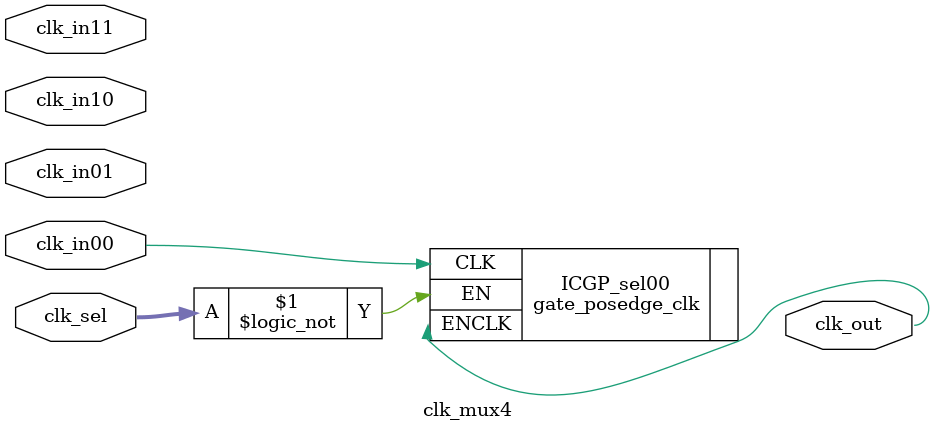
<source format=sv>
`timescale 1ns / 10ps

module clk_mux4
    (output logic clk_out,  // selected clock output
    input logic clk_in00,   // master clk
    input logic clk_in01,   // master clk
    input logic clk_in10,   // master clk
    input logic clk_in11,   // master clk
    input logic [1:0] clk_sel);     // asynchronous digital reset (active low)

gate_posedge_clk
    ICGP_sel00(.EN(clk_sel==2'b00),
    .CLK(clk_in00),
    .ENCLK(clk_out)
    );
// OUCH requires tri-state logic to avoid unbalanced mux... messy

endmodule   

</source>
